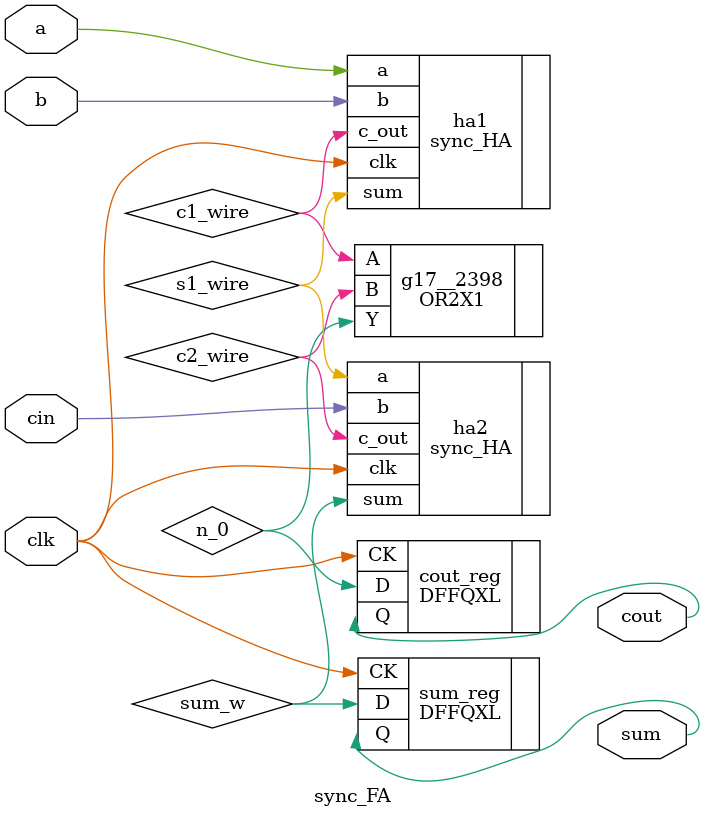
<source format=v>


// Verification Directory fv/sync_FA 

module sync_FA(a, b, cin, clk, sum, cout);
  input a, b, cin, clk;
  output sum, cout;
  wire a, b, cin, clk;
  wire sum, cout;
  wire c1_wire, c2_wire, n_0, s1_wire, sum_w;
  sync_HA ha1(.a (a), .b (b), .clk (clk), .sum (s1_wire), .c_out
       (c1_wire));
  sync_HA ha2(.a (s1_wire), .b (cin), .clk (clk), .sum (sum_w), .c_out
       (c2_wire));
  DFFQXL cout_reg(.CK (clk), .D (n_0), .Q (cout));
  DFFQXL sum_reg(.CK (clk), .D (sum_w), .Q (sum));
  OR2X1 g17__2398(.A (c1_wire), .B (c2_wire), .Y (n_0));
endmodule


</source>
